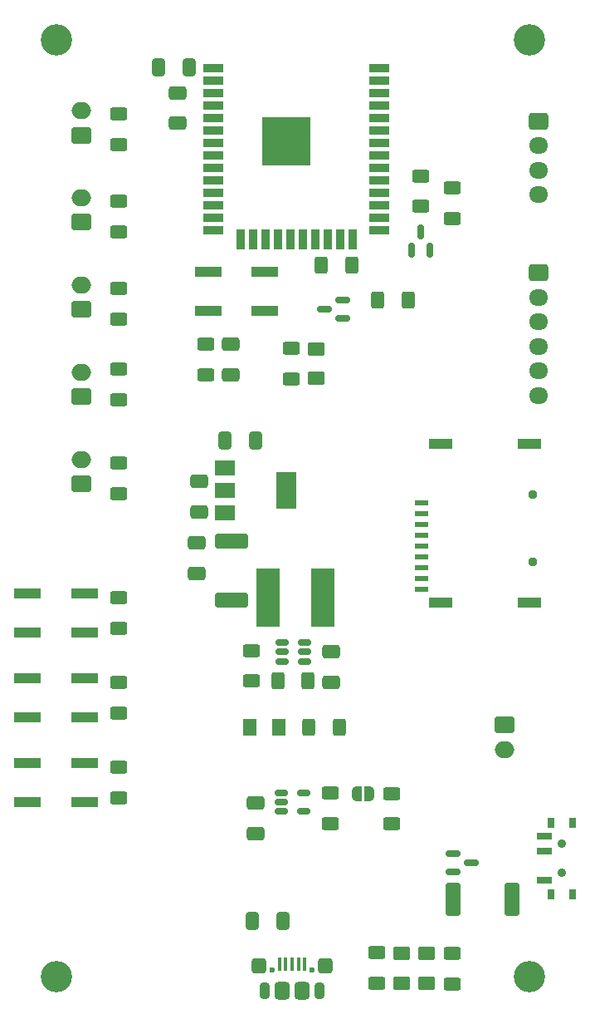
<source format=gbr>
%TF.GenerationSoftware,KiCad,Pcbnew,(6.0.7)*%
%TF.CreationDate,2023-03-03T12:59:51+05:30*%
%TF.ProjectId,ESP32-dev-board,45535033-322d-4646-9576-2d626f617264,rev?*%
%TF.SameCoordinates,Original*%
%TF.FileFunction,Soldermask,Top*%
%TF.FilePolarity,Negative*%
%FSLAX46Y46*%
G04 Gerber Fmt 4.6, Leading zero omitted, Abs format (unit mm)*
G04 Created by KiCad (PCBNEW (6.0.7)) date 2023-03-03 12:59:51*
%MOMM*%
%LPD*%
G01*
G04 APERTURE LIST*
G04 Aperture macros list*
%AMRoundRect*
0 Rectangle with rounded corners*
0 $1 Rounding radius*
0 $2 $3 $4 $5 $6 $7 $8 $9 X,Y pos of 4 corners*
0 Add a 4 corners polygon primitive as box body*
4,1,4,$2,$3,$4,$5,$6,$7,$8,$9,$2,$3,0*
0 Add four circle primitives for the rounded corners*
1,1,$1+$1,$2,$3*
1,1,$1+$1,$4,$5*
1,1,$1+$1,$6,$7*
1,1,$1+$1,$8,$9*
0 Add four rect primitives between the rounded corners*
20,1,$1+$1,$2,$3,$4,$5,0*
20,1,$1+$1,$4,$5,$6,$7,0*
20,1,$1+$1,$6,$7,$8,$9,0*
20,1,$1+$1,$8,$9,$2,$3,0*%
%AMFreePoly0*
4,1,22,0.500000,-0.750000,0.000000,-0.750000,0.000000,-0.745033,-0.079941,-0.743568,-0.215256,-0.701293,-0.333266,-0.622738,-0.424486,-0.514219,-0.481581,-0.384460,-0.499164,-0.250000,-0.500000,-0.250000,-0.500000,0.250000,-0.499164,0.250000,-0.499963,0.256109,-0.478152,0.396186,-0.417904,0.524511,-0.324060,0.630769,-0.204165,0.706417,-0.067858,0.745374,0.000000,0.744959,0.000000,0.750000,
0.500000,0.750000,0.500000,-0.750000,0.500000,-0.750000,$1*%
%AMFreePoly1*
4,1,20,0.000000,0.744959,0.073905,0.744508,0.209726,0.703889,0.328688,0.626782,0.421226,0.519385,0.479903,0.390333,0.500000,0.250000,0.500000,-0.250000,0.499851,-0.262216,0.476331,-0.402017,0.414519,-0.529596,0.319384,-0.634700,0.198574,-0.708877,0.061801,-0.746166,0.000000,-0.745033,0.000000,-0.750000,-0.500000,-0.750000,-0.500000,0.750000,0.000000,0.750000,0.000000,0.744959,
0.000000,0.744959,$1*%
G04 Aperture macros list end*
%ADD10R,2.000000X0.900000*%
%ADD11R,0.900000X2.000000*%
%ADD12R,5.000000X5.000000*%
%ADD13R,2.800000X1.000000*%
%ADD14R,2.450000X5.900000*%
%ADD15RoundRect,0.250000X0.750000X-0.600000X0.750000X0.600000X-0.750000X0.600000X-0.750000X-0.600000X0*%
%ADD16O,2.000000X1.700000*%
%ADD17RoundRect,0.150000X0.150000X-0.587500X0.150000X0.587500X-0.150000X0.587500X-0.150000X-0.587500X0*%
%ADD18RoundRect,0.249999X-1.425001X0.512501X-1.425001X-0.512501X1.425001X-0.512501X1.425001X0.512501X0*%
%ADD19C,0.950000*%
%ADD20R,1.400000X0.620000*%
%ADD21R,2.400000X1.100000*%
%ADD22RoundRect,0.250000X0.625000X-0.400000X0.625000X0.400000X-0.625000X0.400000X-0.625000X-0.400000X0*%
%ADD23RoundRect,0.250000X0.400000X0.625000X-0.400000X0.625000X-0.400000X-0.625000X0.400000X-0.625000X0*%
%ADD24RoundRect,0.249999X0.512501X1.425001X-0.512501X1.425001X-0.512501X-1.425001X0.512501X-1.425001X0*%
%ADD25RoundRect,0.250000X-0.650000X0.412500X-0.650000X-0.412500X0.650000X-0.412500X0.650000X0.412500X0*%
%ADD26RoundRect,0.250000X-0.625000X0.400000X-0.625000X-0.400000X0.625000X-0.400000X0.625000X0.400000X0*%
%ADD27RoundRect,0.250000X0.412500X0.650000X-0.412500X0.650000X-0.412500X-0.650000X0.412500X-0.650000X0*%
%ADD28RoundRect,0.250000X0.650000X-0.412500X0.650000X0.412500X-0.650000X0.412500X-0.650000X-0.412500X0*%
%ADD29C,3.200000*%
%ADD30RoundRect,0.250000X-0.725000X0.600000X-0.725000X-0.600000X0.725000X-0.600000X0.725000X0.600000X0*%
%ADD31O,1.950000X1.700000*%
%ADD32RoundRect,0.150000X0.587500X0.150000X-0.587500X0.150000X-0.587500X-0.150000X0.587500X-0.150000X0*%
%ADD33RoundRect,0.250001X0.624999X-0.462499X0.624999X0.462499X-0.624999X0.462499X-0.624999X-0.462499X0*%
%ADD34RoundRect,0.150000X-0.587500X-0.150000X0.587500X-0.150000X0.587500X0.150000X-0.587500X0.150000X0*%
%ADD35RoundRect,0.250000X-0.400000X-0.625000X0.400000X-0.625000X0.400000X0.625000X-0.400000X0.625000X0*%
%ADD36FreePoly0,180.000000*%
%ADD37FreePoly1,180.000000*%
%ADD38RoundRect,0.150000X-0.512500X-0.150000X0.512500X-0.150000X0.512500X0.150000X-0.512500X0.150000X0*%
%ADD39R,0.800000X1.000000*%
%ADD40C,0.900000*%
%ADD41R,1.500000X0.700000*%
%ADD42C,0.600000*%
%ADD43RoundRect,0.100000X0.100000X0.575000X-0.100000X0.575000X-0.100000X-0.575000X0.100000X-0.575000X0*%
%ADD44RoundRect,0.400000X0.400000X0.500000X-0.400000X0.500000X-0.400000X-0.500000X0.400000X-0.500000X0*%
%ADD45O,1.100000X1.800000*%
%ADD46RoundRect,0.375000X0.375000X0.425000X-0.375000X0.425000X-0.375000X-0.425000X0.375000X-0.425000X0*%
%ADD47RoundRect,0.250001X0.462499X0.624999X-0.462499X0.624999X-0.462499X-0.624999X0.462499X-0.624999X0*%
%ADD48RoundRect,0.250000X-0.750000X0.600000X-0.750000X-0.600000X0.750000X-0.600000X0.750000X0.600000X0*%
%ADD49R,2.000000X1.500000*%
%ADD50R,2.000000X3.800000*%
G04 APERTURE END LIST*
D10*
%TO.C,U2*%
X96640000Y-47110000D03*
X96640000Y-48380000D03*
X96640000Y-49650000D03*
X96640000Y-50920000D03*
X96640000Y-52190000D03*
X96640000Y-53460000D03*
X96640000Y-54730000D03*
X96640000Y-56000000D03*
X96640000Y-57270000D03*
X96640000Y-58540000D03*
X96640000Y-59810000D03*
X96640000Y-61080000D03*
X96640000Y-62350000D03*
X96640000Y-63620000D03*
D11*
X99425000Y-64620000D03*
X100695000Y-64620000D03*
X101965000Y-64620000D03*
X103235000Y-64620000D03*
X104505000Y-64620000D03*
X105775000Y-64620000D03*
X107045000Y-64620000D03*
X108315000Y-64620000D03*
X109585000Y-64620000D03*
X110855000Y-64620000D03*
D10*
X113640000Y-63620000D03*
X113640000Y-62350000D03*
X113640000Y-61080000D03*
X113640000Y-59810000D03*
X113640000Y-58540000D03*
X113640000Y-57270000D03*
X113640000Y-56000000D03*
X113640000Y-54730000D03*
X113640000Y-53460000D03*
X113640000Y-52190000D03*
X113640000Y-50920000D03*
X113640000Y-49650000D03*
X113640000Y-48380000D03*
X113640000Y-47110000D03*
D12*
X104140000Y-54610000D03*
%TD*%
D13*
%TO.C,SW2*%
X83545000Y-109252000D03*
X77745000Y-109252000D03*
X83545000Y-113252000D03*
X77745000Y-113252000D03*
%TD*%
D14*
%TO.C,L1*%
X107839848Y-101092000D03*
X102289848Y-101092000D03*
%TD*%
D15*
%TO.C,J3*%
X83177500Y-62845000D03*
D16*
X83177500Y-60345000D03*
%TD*%
D17*
%TO.C,Q3*%
X116890000Y-65657500D03*
X118790000Y-65657500D03*
X117840000Y-63782500D03*
%TD*%
D18*
%TO.C,D6*%
X98552000Y-95319615D03*
X98552000Y-101294615D03*
%TD*%
D19*
%TO.C,J10*%
X129308000Y-97400000D03*
X129308000Y-90600000D03*
D20*
X117888000Y-91420000D03*
X117888000Y-92520000D03*
X117888000Y-93620000D03*
X117888000Y-94720000D03*
X117888000Y-95820000D03*
X117888000Y-96920000D03*
X117888000Y-98020000D03*
X117888000Y-99120000D03*
X117888000Y-100220000D03*
D21*
X119888000Y-85450000D03*
X128888000Y-101600000D03*
X119888000Y-101600000D03*
X128888000Y-85450000D03*
%TD*%
D22*
%TO.C,R12*%
X113376156Y-140330251D03*
X113376156Y-137230251D03*
%TD*%
D23*
%TO.C,R17*%
X106334430Y-109545032D03*
X103234430Y-109545032D03*
%TD*%
D15*
%TO.C,J5*%
X83177500Y-71735000D03*
D16*
X83177500Y-69235000D03*
%TD*%
D22*
%TO.C,R13*%
X121081204Y-140409758D03*
X121081204Y-137309758D03*
%TD*%
D24*
%TO.C,D5*%
X127137085Y-131797543D03*
X121162085Y-131797543D03*
%TD*%
D25*
%TO.C,C9*%
X94996000Y-95465500D03*
X94996000Y-98590500D03*
%TD*%
D26*
%TO.C,R4*%
X86995000Y-60680000D03*
X86995000Y-63780000D03*
%TD*%
D27*
%TO.C,C2*%
X100956507Y-85090000D03*
X97831507Y-85090000D03*
%TD*%
%TO.C,C5*%
X94210700Y-47076897D03*
X91085700Y-47076897D03*
%TD*%
D22*
%TO.C,R21*%
X121015000Y-62460000D03*
X121015000Y-59360000D03*
%TD*%
D26*
%TO.C,R1*%
X86995000Y-51790000D03*
X86995000Y-54890000D03*
%TD*%
D15*
%TO.C,J1*%
X83185000Y-53975000D03*
D16*
X83185000Y-51475000D03*
%TD*%
D28*
%TO.C,C4*%
X100965000Y-125133500D03*
X100965000Y-122008500D03*
%TD*%
D29*
%TO.C,H4*%
X128905000Y-139700000D03*
%TD*%
D26*
%TO.C,R3*%
X86995000Y-77825000D03*
X86995000Y-80925000D03*
%TD*%
D15*
%TO.C,J4*%
X83177500Y-89515000D03*
D16*
X83177500Y-87015000D03*
%TD*%
D30*
%TO.C,J6*%
X129840000Y-52545000D03*
D31*
X129840000Y-55045000D03*
X129840000Y-57545000D03*
X129840000Y-60045000D03*
%TD*%
D26*
%TO.C,R7*%
X86995000Y-69570000D03*
X86995000Y-72670000D03*
%TD*%
D29*
%TO.C,H3*%
X80645000Y-139700000D03*
%TD*%
D32*
%TO.C,Q2*%
X109887500Y-72655000D03*
X109887500Y-70755000D03*
X108012500Y-71705000D03*
%TD*%
D33*
%TO.C,D3*%
X118456156Y-140322924D03*
X118456156Y-137347924D03*
%TD*%
D34*
%TO.C,Q1*%
X121145328Y-127116219D03*
X121145328Y-129016219D03*
X123020328Y-128066219D03*
%TD*%
D13*
%TO.C,SW5*%
X96160000Y-67850000D03*
X101960000Y-67850000D03*
X96160000Y-71850000D03*
X101960000Y-71850000D03*
%TD*%
D29*
%TO.C,H1*%
X80645000Y-44280000D03*
%TD*%
D35*
%TO.C,R14*%
X106400000Y-114300000D03*
X109500000Y-114300000D03*
%TD*%
D26*
%TO.C,R8*%
X86995000Y-118338000D03*
X86995000Y-121438000D03*
%TD*%
D13*
%TO.C,SW1*%
X83545000Y-100630000D03*
X77745000Y-100630000D03*
X77745000Y-104630000D03*
X83545000Y-104630000D03*
%TD*%
D36*
%TO.C,JP1*%
X112588856Y-121029276D03*
D37*
X111288856Y-121029276D03*
%TD*%
D22*
%TO.C,R9*%
X104648000Y-78766000D03*
X104648000Y-75666000D03*
%TD*%
D27*
%TO.C,C3*%
X103797500Y-133985000D03*
X100672500Y-133985000D03*
%TD*%
D29*
%TO.C,H2*%
X128905000Y-44280000D03*
%TD*%
D22*
%TO.C,R11*%
X108585000Y-124105000D03*
X108585000Y-121005000D03*
%TD*%
D13*
%TO.C,SW3*%
X83545000Y-117888000D03*
X77745000Y-117888000D03*
X83545000Y-121888000D03*
X77745000Y-121888000D03*
%TD*%
D38*
%TO.C,U4*%
X103675369Y-105657189D03*
X103675369Y-106607189D03*
X103675369Y-107557189D03*
X105950369Y-107557189D03*
X105950369Y-106607189D03*
X105950369Y-105657189D03*
%TD*%
D25*
%TO.C,C7*%
X93040149Y-49643759D03*
X93040149Y-52768759D03*
%TD*%
D38*
%TO.C,U3*%
X103637500Y-120970000D03*
X103637500Y-121920000D03*
X103637500Y-122870000D03*
X105912500Y-122870000D03*
X105912500Y-120970000D03*
%TD*%
D39*
%TO.C,SW4*%
X131103829Y-123985000D03*
X133313829Y-131285000D03*
X131103829Y-131285000D03*
D40*
X132213829Y-129135000D03*
X132213829Y-126135000D03*
D39*
X133313829Y-123985000D03*
D41*
X130453829Y-129885000D03*
X130453829Y-126885000D03*
X130453829Y-125385000D03*
%TD*%
D22*
%TO.C,R19*%
X117852898Y-61221105D03*
X117852898Y-58121105D03*
%TD*%
%TO.C,R10*%
X114906211Y-124143350D03*
X114906211Y-121043350D03*
%TD*%
D30*
%TO.C,J7*%
X129840000Y-67985000D03*
D31*
X129840000Y-70485000D03*
X129840000Y-72985000D03*
X129840000Y-75485000D03*
X129840000Y-77985000D03*
X129840000Y-80485000D03*
%TD*%
D42*
%TO.C,J8*%
X106736436Y-138974761D03*
X102686436Y-138974761D03*
D43*
X103411436Y-138449761D03*
X104061436Y-138449761D03*
X104711436Y-138449761D03*
X105361436Y-138449761D03*
X106011436Y-138449761D03*
D44*
X105761436Y-141124761D03*
D45*
X101886436Y-141124761D03*
D44*
X103661436Y-141124761D03*
D46*
X101311436Y-138574761D03*
X108111436Y-138574761D03*
D45*
X107536436Y-141124761D03*
%TD*%
D26*
%TO.C,R15*%
X95885000Y-75285000D03*
X95885000Y-78385000D03*
%TD*%
D35*
%TO.C,R20*%
X113435940Y-70741007D03*
X116535940Y-70741007D03*
%TD*%
D15*
%TO.C,J2*%
X83177500Y-80625000D03*
D16*
X83177500Y-78125000D03*
%TD*%
D26*
%TO.C,R2*%
X86995000Y-101080000D03*
X86995000Y-104180000D03*
%TD*%
D47*
%TO.C,D4*%
X103335257Y-114272592D03*
X100360257Y-114272592D03*
%TD*%
D48*
%TO.C,J9*%
X126372500Y-114066000D03*
D16*
X126372500Y-116566000D03*
%TD*%
D22*
%TO.C,R16*%
X100563943Y-109556537D03*
X100563943Y-106456537D03*
%TD*%
D25*
%TO.C,C8*%
X108712000Y-106600973D03*
X108712000Y-109725973D03*
%TD*%
D49*
%TO.C,U1*%
X97815000Y-87870000D03*
X97815000Y-90170000D03*
D50*
X104115000Y-90170000D03*
D49*
X97815000Y-92470000D03*
%TD*%
D26*
%TO.C,R6*%
X86995000Y-109702000D03*
X86995000Y-112802000D03*
%TD*%
D33*
%TO.C,D2*%
X115916156Y-140322924D03*
X115916156Y-137347924D03*
%TD*%
D35*
%TO.C,R18*%
X107705990Y-67200319D03*
X110805990Y-67200319D03*
%TD*%
D28*
%TO.C,C1*%
X95250000Y-92367500D03*
X95250000Y-89242500D03*
%TD*%
D33*
%TO.C,D1*%
X107188000Y-78703500D03*
X107188000Y-75728500D03*
%TD*%
D26*
%TO.C,R5*%
X86995000Y-87350000D03*
X86995000Y-90450000D03*
%TD*%
D25*
%TO.C,C6*%
X98425000Y-75272500D03*
X98425000Y-78397500D03*
%TD*%
M02*

</source>
